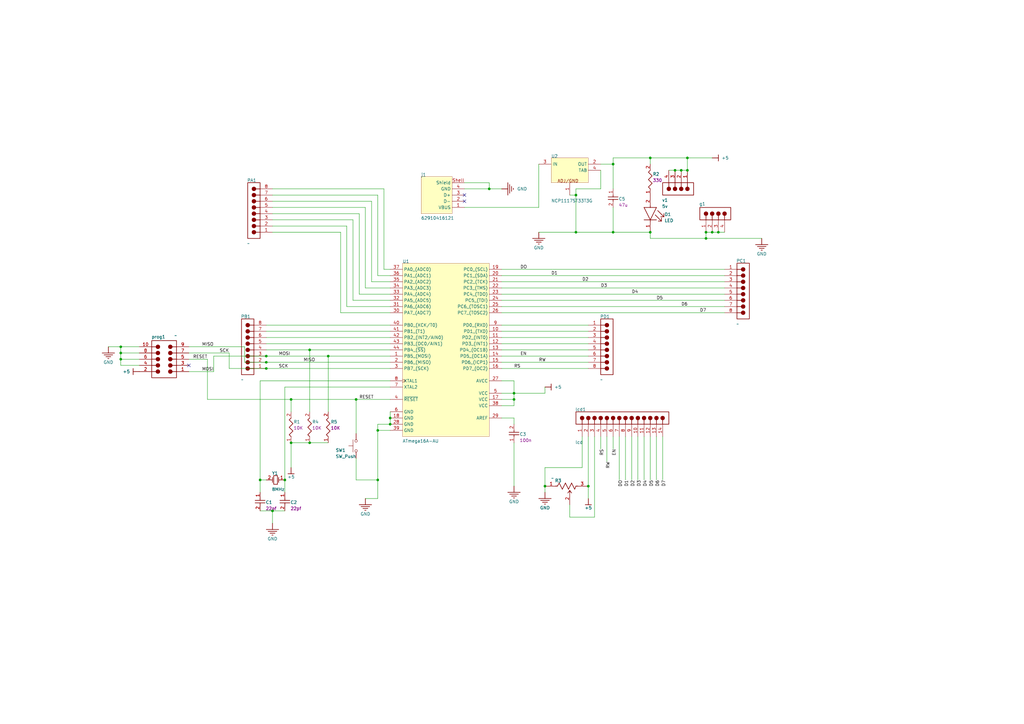
<source format=kicad_sch>
(kicad_sch (version 20231120) (generator "eeschema") (generator_version "8.0")
  (paper "A3")
  (junction (at 154.94 176.53))
  (junction (at 279.4 69.85))
  (junction (at 127 143.51))
  (junction (at 49.53 144.78))
  (junction (at 210.82 163.83))
  (junction (at 266.7 64.77))
  (junction (at 127 181.61))
  (junction (at 289.56 95.25))
  (junction (at 109.22 151.13))
  (junction (at 281.94 69.85))
  (junction (at 146.05 163.83))
  (junction (at 106.68 196.85))
  (junction (at 109.22 148.59))
  (junction (at 241.3 199.39))
  (junction (at 160.02 171.45))
  (junction (at 160.02 173.99))
  (junction (at 49.53 142.24))
  (junction (at 236.22 80.01))
  (junction (at 281.94 64.77))
  (junction (at 223.52 199.39))
  (junction (at 251.46 95.25))
  (junction (at 109.22 146.05))
  (junction (at 111.76 209.55))
  (junction (at 134.62 146.05))
  (junction (at 289.56 97.79))
  (junction (at 119.38 181.61))
  (junction (at 294.64 95.25))
  (junction (at 154.94 196.85))
  (junction (at 266.7 95.25))
  (junction (at 292.1 95.25))
  (junction (at 119.38 163.83))
  (junction (at 251.46 67.31))
  (junction (at 116.84 196.85))
  (junction (at 276.86 69.85))
  (junction (at 200.66 77.47))
  (junction (at 210.82 161.29))
  (junction (at 49.53 147.32))
  (junction (at 236.22 95.25))
  (no_connect (at 77.47 149.86))
  (no_connect (at 190.5 82.55))
  (no_connect (at 190.5 80.01))
  (wire (pts (xy 109.22 140.97) (xy 160.02 140.97)))
  (wire (pts (xy 205.74 115.57) (xy 297.18 115.57)))
  (wire (pts (xy 266.7 95.25) (xy 266.7 97.79)))
  (wire (pts (xy 210.82 161.29) (xy 223.52 161.29)))
  (wire (pts (xy 154.94 173.99) (xy 160.02 173.99)))
  (wire (pts (xy 111.76 85.09) (xy 149.86 85.09)))
  (wire (pts (xy 57.15 144.78) (xy 49.53 144.78)))
  (wire (pts (xy 251.46 95.25) (xy 266.7 95.25)))
  (wire (pts (xy 210.82 166.37) (xy 210.82 163.83)))
  (wire (pts (xy 109.22 135.89) (xy 160.02 135.89)))
  (wire (pts (xy 289.56 97.79) (xy 312.42 97.79)))
  (wire (pts (xy 233.68 212.09) (xy 243.84 212.09)))
  (wire (pts (xy 134.62 146.05) (xy 134.62 168.91)))
  (wire (pts (xy 149.86 204.47) (xy 154.94 204.47)))
  (wire (pts (xy 220.98 95.25) (xy 236.22 95.25)))
  (wire (pts (xy 205.74 156.21) (xy 210.82 156.21)))
  (wire (pts (xy 87.63 152.4) (xy 87.63 146.05)))
  (wire (pts (xy 119.38 163.83) (xy 146.05 163.83)))
  (wire (pts (xy 246.38 77.47) (xy 246.38 69.85)))
  (wire (pts (xy 142.24 92.71) (xy 142.24 125.73)))
  (wire (pts (xy 87.63 152.4) (xy 77.47 152.4)))
  (wire (pts (xy 269.24 196.85) (xy 269.24 179.07)))
  (wire (pts (xy 274.32 69.85) (xy 276.86 69.85)))
  (wire (pts (xy 241.3 199.39) (xy 241.3 179.07)))
  (wire (pts (xy 154.94 176.53) (xy 160.02 176.53)))
  (wire (pts (xy 190.5 85.09) (xy 220.98 85.09)))
  (wire (pts (xy 200.66 74.93) (xy 200.66 77.47)))
  (wire (pts (xy 111.76 209.55) (xy 106.68 209.55)))
  (wire (pts (xy 238.76 191.77) (xy 223.52 191.77)))
  (wire (pts (xy 276.86 69.85) (xy 279.4 69.85)))
  (wire (pts (xy 294.64 95.25) (xy 297.18 95.25)))
  (wire (pts (xy 154.94 80.01) (xy 154.94 113.03)))
  (wire (pts (xy 139.7 95.25) (xy 139.7 128.27)))
  (wire (pts (xy 57.15 142.24) (xy 49.53 142.24)))
  (wire (pts (xy 154.94 113.03) (xy 160.02 113.03)))
  (wire (pts (xy 246.38 67.31) (xy 251.46 67.31)))
  (wire (pts (xy 157.48 77.47) (xy 157.48 110.49)))
  (wire (pts (xy 254 196.85) (xy 254 179.07)))
  (wire (pts (xy 149.86 118.11) (xy 160.02 118.11)))
  (wire (pts (xy 259.08 196.85) (xy 259.08 179.07)))
  (wire (pts (xy 44.45 142.24) (xy 49.53 142.24)))
  (wire (pts (xy 200.66 77.47) (xy 205.74 77.47)))
  (wire (pts (xy 205.74 128.27) (xy 297.18 128.27)))
  (wire (pts (xy 205.74 163.83) (xy 210.82 163.83)))
  (wire (pts (xy 146.05 187.96) (xy 146.05 196.85)))
  (wire (pts (xy 205.74 135.89) (xy 241.3 135.89)))
  (wire (pts (xy 205.74 110.49) (xy 297.18 110.49)))
  (wire (pts (xy 147.32 120.65) (xy 160.02 120.65)))
  (wire (pts (xy 139.7 128.27) (xy 160.02 128.27)))
  (wire (pts (xy 157.48 110.49) (xy 160.02 110.49)))
  (wire (pts (xy 111.76 77.47) (xy 157.48 77.47)))
  (wire (pts (xy 77.47 144.78) (xy 93.98 144.78)))
  (wire (pts (xy 144.78 90.17) (xy 144.78 123.19)))
  (wire (pts (xy 210.82 163.83) (xy 210.82 161.29)))
  (wire (pts (xy 236.22 80.01) (xy 236.22 77.47)))
  (wire (pts (xy 119.38 181.61) (xy 127 181.61)))
  (wire (pts (xy 236.22 80.01) (xy 236.22 95.25)))
  (wire (pts (xy 241.3 204.47) (xy 241.3 199.39)))
  (wire (pts (xy 205.74 161.29) (xy 210.82 161.29)))
  (wire (pts (xy 236.22 95.25) (xy 251.46 95.25)))
  (wire (pts (xy 205.74 146.05) (xy 241.3 146.05)))
  (wire (pts (xy 210.82 171.45) (xy 210.82 173.99)))
  (wire (pts (xy 106.68 201.93) (xy 106.68 196.85)))
  (wire (pts (xy 134.62 146.05) (xy 160.02 146.05)))
  (wire (pts (xy 85.09 147.32) (xy 77.47 147.32)))
  (wire (pts (xy 146.05 163.83) (xy 160.02 163.83)))
  (wire (pts (xy 205.74 138.43) (xy 241.3 138.43)))
  (wire (pts (xy 251.46 64.77) (xy 266.7 64.77)))
  (wire (pts (xy 256.54 196.85) (xy 256.54 179.07)))
  (wire (pts (xy 205.74 140.97) (xy 241.3 140.97)))
  (wire (pts (xy 146.05 163.83) (xy 146.05 177.8)))
  (wire (pts (xy 160.02 173.99) (xy 160.02 171.45)))
  (wire (pts (xy 93.98 144.78) (xy 93.98 151.13)))
  (wire (pts (xy 266.7 67.31) (xy 266.7 64.77)))
  (wire (pts (xy 261.62 196.85) (xy 261.62 179.07)))
  (wire (pts (xy 109.22 133.35) (xy 160.02 133.35)))
  (wire (pts (xy 109.22 148.59) (xy 160.02 148.59)))
  (wire (pts (xy 251.46 184.15) (xy 251.46 179.07)))
  (wire (pts (xy 233.68 80.01) (xy 236.22 80.01)))
  (wire (pts (xy 111.76 214.63) (xy 111.76 209.55)))
  (wire (pts (xy 106.68 196.85) (xy 109.22 196.85)))
  (wire (pts (xy 111.76 95.25) (xy 139.7 95.25)))
  (wire (pts (xy 57.15 147.32) (xy 49.53 147.32)))
  (wire (pts (xy 205.74 123.19) (xy 297.18 123.19)))
  (wire (pts (xy 210.82 156.21) (xy 210.82 161.29)))
  (wire (pts (xy 109.22 138.43) (xy 160.02 138.43)))
  (wire (pts (xy 205.74 120.65) (xy 297.18 120.65)))
  (wire (pts (xy 119.38 168.91) (xy 119.38 163.83)))
  (wire (pts (xy 111.76 209.55) (xy 116.84 209.55)))
  (wire (pts (xy 271.78 196.85) (xy 271.78 179.07)))
  (wire (pts (xy 57.15 149.86) (xy 49.53 149.86)))
  (wire (pts (xy 109.22 143.51) (xy 127 143.51)))
  (wire (pts (xy 205.74 113.03) (xy 297.18 113.03)))
  (wire (pts (xy 289.56 95.25) (xy 289.56 97.79)))
  (wire (pts (xy 111.76 87.63) (xy 147.32 87.63)))
  (wire (pts (xy 266.7 64.77) (xy 281.94 64.77)))
  (wire (pts (xy 223.52 161.29) (xy 223.52 158.75)))
  (wire (pts (xy 147.32 87.63) (xy 147.32 120.65)))
  (wire (pts (xy 205.74 143.51) (xy 241.3 143.51)))
  (wire (pts (xy 223.52 191.77) (xy 223.52 199.39)))
  (wire (pts (xy 154.94 196.85) (xy 154.94 176.53)))
  (wire (pts (xy 292.1 95.25) (xy 294.64 95.25)))
  (wire (pts (xy 251.46 95.25) (xy 251.46 85.09)))
  (wire (pts (xy 87.63 146.05) (xy 109.22 146.05)))
  (wire (pts (xy 49.53 147.32) (xy 49.53 144.78)))
  (wire (pts (xy 106.68 196.85) (xy 106.68 156.21)))
  (wire (pts (xy 127 143.51) (xy 127 168.91)))
  (wire (pts (xy 100.33 142.24) (xy 77.47 142.24)))
  (wire (pts (xy 152.4 115.57) (xy 160.02 115.57)))
  (wire (pts (xy 205.74 151.13) (xy 241.3 151.13)))
  (wire (pts (xy 281.94 64.77) (xy 292.1 64.77)))
  (wire (pts (xy 205.74 118.11) (xy 297.18 118.11)))
  (wire (pts (xy 127 143.51) (xy 160.02 143.51)))
  (wire (pts (xy 100.33 148.59) (xy 100.33 142.24)))
  (wire (pts (xy 236.22 77.47) (xy 246.38 77.47)))
  (wire (pts (xy 119.38 181.61) (xy 119.38 191.77)))
  (wire (pts (xy 248.92 189.23) (xy 248.92 179.07)))
  (wire (pts (xy 93.98 151.13) (xy 109.22 151.13)))
  (wire (pts (xy 246.38 184.15) (xy 246.38 179.07)))
  (wire (pts (xy 210.82 199.39) (xy 210.82 181.61)))
  (wire (pts (xy 279.4 69.85) (xy 281.94 69.85)))
  (wire (pts (xy 243.84 212.09) (xy 243.84 179.07)))
  (wire (pts (xy 190.5 77.47) (xy 200.66 77.47)))
  (wire (pts (xy 281.94 64.77) (xy 281.94 69.85)))
  (wire (pts (xy 238.76 179.07) (xy 238.76 191.77)))
  (wire (pts (xy 205.74 166.37) (xy 210.82 166.37)))
  (wire (pts (xy 144.78 123.19) (xy 160.02 123.19)))
  (wire (pts (xy 109.22 146.05) (xy 134.62 146.05)))
  (wire (pts (xy 152.4 82.55) (xy 152.4 115.57)))
  (wire (pts (xy 223.52 199.39) (xy 223.52 201.93)))
  (wire (pts (xy 109.22 151.13) (xy 160.02 151.13)))
  (wire (pts (xy 127 181.61) (xy 134.62 181.61)))
  (wire (pts (xy 190.5 74.93) (xy 200.66 74.93)))
  (wire (pts (xy 106.68 156.21) (xy 160.02 156.21)))
  (wire (pts (xy 49.53 149.86) (xy 49.53 147.32)))
  (wire (pts (xy 109.22 148.59) (xy 100.33 148.59)))
  (wire (pts (xy 85.09 147.32) (xy 85.09 163.83)))
  (wire (pts (xy 146.05 196.85) (xy 154.94 196.85)))
  (wire (pts (xy 111.76 90.17) (xy 144.78 90.17)))
  (wire (pts (xy 116.84 158.75) (xy 116.84 196.85)))
  (wire (pts (xy 205.74 148.59) (xy 241.3 148.59)))
  (wire (pts (xy 85.09 163.83) (xy 119.38 163.83)))
  (wire (pts (xy 220.98 85.09) (xy 220.98 67.31)))
  (wire (pts (xy 154.94 176.53) (xy 154.94 173.99)))
  (wire (pts (xy 266.7 97.79) (xy 289.56 97.79)))
  (wire (pts (xy 205.74 125.73) (xy 297.18 125.73)))
  (wire (pts (xy 251.46 67.31) (xy 251.46 64.77)))
  (wire (pts (xy 205.74 133.35) (xy 241.3 133.35)))
  (wire (pts (xy 289.56 95.25) (xy 292.1 95.25)))
  (wire (pts (xy 251.46 77.47) (xy 251.46 67.31)))
  (wire (pts (xy 264.16 196.85) (xy 264.16 179.07)))
  (wire (pts (xy 142.24 125.73) (xy 160.02 125.73)))
  (wire (pts (xy 160.02 171.45) (xy 160.02 168.91)))
  (wire (pts (xy 205.74 171.45) (xy 210.82 171.45)))
  (wire (pts (xy 111.76 92.71) (xy 142.24 92.71)))
  (wire (pts (xy 116.84 201.93) (xy 116.84 196.85)))
  (wire (pts (xy 154.94 204.47) (xy 154.94 196.85)))
  (wire (pts (xy 49.53 144.78) (xy 49.53 142.24)))
  (wire (pts (xy 266.7 196.85) (xy 266.7 179.07)))
  (wire (pts (xy 149.86 85.09) (xy 149.86 118.11)))
  (wire (pts (xy 233.68 207.01) (xy 233.68 212.09)))
  (wire (pts (xy 160.02 158.75) (xy 116.84 158.75)))
  (wire (pts (xy 111.76 82.55) (xy 152.4 82.55)))
  (wire (pts (xy 111.76 80.01) (xy 154.94 80.01)))
  (label "DO" (at 213.36 110.49 0))
  (label "RS" (at 246.38 184.15 270))
  (label "D4" (at 259.08 120.65 0))
  (label "D7" (at 271.78 196.85 270))
  (label "D6" (at 279.4 125.73 0))
  (label "RS" (at 210.82 151.13 0))
  (label "D3" (at 261.62 196.85 270))
  (label "MISO" (at 87.63 142.24 180))
  (label "RW" (at 248.92 189.23 270))
  (label "RW" (at 220.98 148.59 0))
  (label "D1" (at 226.06 113.03 0))
  (label "EN" (at 251.46 184.15 270))
  (label "SCK" (at 114.3 151.13 0))
  (label "D1" (at 256.54 196.85 270))
  (label "RESET" (at 147.32 163.83 0))
  (label "D3" (at 246.38 118.11 0))
  (label "D7" (at 287.02 128.27 0))
  (label "D5" (at 269.24 123.19 0))
  (label "SCK" (at 93.98 144.78 180))
  (label "D5" (at 266.7 196.85 270))
  (label "D2" (at 259.08 196.85 270))
  (label "D4" (at 264.16 196.85 270))
  (label "DO" (at 254 196.85 270))
  (label "MOSI" (at 114.3 146.05 0))
  (label "D6" (at 269.24 196.85 270))
  (label "RESET" (at 85.09 147.32 180))
  (label "MOSI" (at 87.63 152.4 180))
  (label "EN" (at 213.36 146.05 0))
  (label "D2" (at 238.76 115.57 0))
  (label "MISO" (at 124.46 148.59 0))
  (symbol (lib_id "Jadhav-altium-import:GND_POWER_GROUND") (at 44.45 142.24 0) (unit 1)
    (property "Reference" "#PWR02" (effects (hide yes)))
    (property "Value" "GND" (at 44.45 148.59 0))
  )
  (symbol (lib_id "Jadhav-altium-import:root_1_Header_Male_1R_14P") (at 236.22 173.99 0) (unit 1)
    (property "Reference" "lcd1" (at 235.966 168.656 0) (effects (justify left bottom)))
    (property "Value" "lcd" (at 235.966 182.118 0) (effects (justify left bottom)))
    (property "Footprint" "J_footprints:CON14_1X14_TU_HTS_SAI" (effects (hide yes)))
    (property "ORIENTATION" "Vertical" (effects (hide yes)))
    (property "NEXARPARTID" "32855433" (effects (hide yes)))
    (property "OPERATING SUPPLY VOLTAGE" "250V" (effects (hide yes)))
    (property "CURRENT RATING" "3A" (effects (hide yes)))
    (property "TERMINATION" "Solder" (effects (hide yes)))
    (property "CONTACT PLATING" "Gold" (effects (hide yes)))
    (property "GENDER" "Male" (effects (hide yes)))
    (property "PITCH" "2.54mm" (effects (hide yes)))
    (property "NUMBER OF CONTACTS" "14" (effects (hide yes)))
    (property "NUMBER OF ROWS" "1" (effects (hide yes)))
    (property "LEAD PITCH" "2.54mm" (effects (hide yes)))
    (property "CONTACT MATING LENGTH" "5.9944mm" (effects (hide yes)))
    (property "MOUNT" "Surface Mount" (effects (hide yes)))
    (property "CONTACT MATERIAL" "Copper" (effects (hide yes)))
    (property "COLOR" "Black" (effects (hide yes)))
    (property "NUMBER OF PINS" "14" (effects (hide yes)))
    (property "CONNECTOR TYPE" "Male Pin" (effects (hide yes)))
    (property "REACH SVHC" "Unknown" (effects (hide yes)))
    (property "CONTACT RESISTANCE" "20mΩ" (effects (hide yes)))
    (property "NUMBER OF POSITIONS" "14" (effects (hide yes)))
    (property "ROHS" "Compliant" (effects (hide yes)))
  )
  (symbol (lib_id "Jadhav-altium-import:root_0_ONSC-NCP1117-SOT223-4") (at 226.06 64.77 0) (unit 1)
    (property "Reference" "U2" (at 226.06 64.77 0) (effects (justify left bottom)))
    (property "Value" "NCP1117ST33T3G" (at 226.06 83.058 0) (effects (justify left bottom)))
    (property "Footprint" "J_footprints:SOT223-3_ONS" (effects (hide yes)))
    (property "Description" "Low-Dropout Positive Fixed Voltage Regulator, 1 A, 3.3 V Output Voltage, 0 to 125 degC, 4-Pin SOT-223 (318H-01), Pb-Free, Tape and Reel" (effects (hide yes)))
    (property "WIDTH" "0.85 mm" (effects (hide yes)))
    (property "WEIGHT" "7.1E-05 oz" (effects (hide yes)))
    (property "COMPONENTLINK2URL" "http://www.onsemi.com/pub_link/Collateral/NCP1117-D.PDF" (effects (hide yes)))
    (property "ROHSCOMPLIANT" "true" (effects (hide yes)))
    (property "HEIGHT" "0.45 mm" (effects (hide yes)))
    (property "PACKAGEDESCRIPTION" "4-Pin Small Outline Transistor, Body 6.5 x 3.5 mm, Pitch 2.3 mm" (effects (hide yes)))
    (property "RESISTANCE" "220 kohm" (effects (hide yes)))
    (property "COMPONENTLINK1DESCRIPTION" "Manufacturer URL" (effects (hide yes)))
    (property "TYPE (RESISTOR)" "Thick Film" (effects (hide yes)))
    (property "COMPONENTLINK1URL" "http://www.onsemi.com/" (effects (hide yes)))
    (property "PACKAGEREFERENCE" "SOT-223-4-318H-01_A" (effects (hide yes)))
    (property "MAX OPERATING TEMPERATURE" "155 degC" (effects (hide yes)))
    (property "PACKAGING" "Tape and Reel" (effects (hide yes)))
    (property "REACH SVHC" "Unknown" (effects (hide yes)))
    (property "LENGTH" "1.55 mm" (effects (hide yes)))
    (property "PACKAGE QUANTITY" "5000" (effects (hide yes)))
    (property "VOLTAGE RATING" "75 V" (effects (hide yes)))
    (property "RADIATION HARDENING" "No" (effects (hide yes)))
    (property "TOLERANCE" "1%" (effects (hide yes)))
    (property "MIN OPERATING TEMPERATURE" "-55 degC" (effects (hide yes)))
    (property "DATASHEETVERSION" "Rev. 27, 09/2014" (effects (hide yes)))
    (property "CAS~{E}PACKAGE" "0603" (effects (hide yes)))
    (property "MOUNT" "Surface Mount" (effects (hide yes)))
    (property "CASE CODE (IMPERIAL)" "0603" (effects (hide yes)))
    (property "CASE CODE (METRIC)" "1608" (effects (hide yes)))
    (property "COMPONENTLINK2DESCRIPTION" "Datasheet" (effects (hide yes)))
    (property "POWER RATING" "100 mW" (effects (hide yes)))
  )
  (symbol (lib_id "Jadhav-altium-import:+5_BAR") (at 292.1 64.77 90) (unit 1)
    (property "Reference" "#PWR0105" (effects (hide yes)))
    (property "Value" "+5" (at 295.91 64.77 90) (effects (justify right)))
  )
  (symbol (lib_id "Jadhav-altium-import:GND_POWER_GROUND") (at 111.76 214.63 0) (unit 1)
    (property "Reference" "#PWR0101" (effects (hide yes)))
    (property "Value" "GND" (at 111.76 220.98 0))
  )
  (symbol (lib_id "Jadhav-altium-import:+5_BAR") (at 119.38 191.77 0) (unit 1)
    (property "Reference" "#PWR0103" (effects (hide yes)))
    (property "Value" "+5" (at 119.38 195.58 0))
  )
  (symbol (lib_id "Jadhav-altium-import:root_2_Header_Male_1R_08P") (at 104.14 153.67 0) (unit 1)
    (property "Reference" "PB1" (at 98.806 130.556 0) (effects (justify left bottom)))
    (property "Value" "~" (at 98.806 156.464 0) (effects (justify left bottom)))
    (property "Footprint" "J_footprints:CONN8_61300811121_WRE" (effects (hide yes)))
    (property "CONNECTOR TYPE" "Male Pin" (effects (hide yes)))
    (property "TERMINATION" "Solder" (effects (hide yes)))
    (property "CONTACT MATERIAL" "Copper" (effects (hide yes)))
    (property "NEXARPARTID" "32855533" (effects (hide yes)))
    (property "MOUNT" "Through Hole" (effects (hide yes)))
    (property "LEAD PITCH" "2.54mm" (effects (hide yes)))
    (property "NUMBER OF CONTACTS" "8" (effects (hide yes)))
    (property "NUMBER OF POSITIONS" "8" (effects (hide yes)))
    (property "VOLTAGE RATING" "250V" (effects (hide yes)))
    (property "OPERATING SUPPLY VOLTAGE" "250V" (effects (hide yes)))
    (property "CURRENT RATING" "3A" (effects (hide yes)))
    (property "CONTACT RESISTANCE" "20mΩ" (effects (hide yes)))
    (property "NUMBER OF PINS" "8" (effects (hide yes)))
    (property "MAX OPERATING TEMPERATURE" "105°C" (effects (hide yes)))
    (property "HEIGHT" "8.54mm" (effects (hide yes)))
    (property "PITCH" "2.54mm" (effects (hide yes)))
    (property "REACH SVHC" "Unknown" (effects (hide yes)))
    (property "NUMBER OF ROWS" "1" (effects (hide yes)))
    (property "PACKAGING" "Bulk" (effects (hide yes)))
    (property "CONTACT PLATING" "Gold" (effects (hide yes)))
    (property "CONTACT MATING LENGTH" "5.9944mm" (effects (hide yes)))
    (property "GENDER" "Male" (effects (hide yes)))
    (property "ORIENTATION" "Vertical" (effects (hide yes)))
    (property "ROHS" "Compliant" (effects (hide yes)))
    (property "COLOR" "Black" (effects (hide yes)))
    (property "MIN OPERATING TEMPERATURE" "-40°C" (effects (hide yes)))
  )
  (symbol (lib_id "Jadhav-altium-import:GND_POWER_GROUND") (at 220.98 95.25 0) (unit 1)
    (property "Reference" "#PWR0112" (effects (hide yes)))
    (property "Value" "GND" (at 220.98 101.6 0))
  )
  (symbol (lib_id "Jadhav-altium-import:root_0_2dcfd2547301a7d3209a5e99acfd772") (at 223.52 199.39 0) (unit 1)
    (property "Reference" "R3" (at 227.584 197.866 0) (effects (justify left bottom)))
    (property "Value" "~" (at 226.06 196.85 0) (effects (justify left bottom)))
    (property "Footprint" "J_footprints:RES3_PV36W103C01B00_BRN" (effects (hide yes)))
    (property "Description" "TRIMMER 10K OHM 0.5W PC PIN TOP" (effects (hide yes)))
    (property "RESISTANCE" "10kR" (effects (hide yes)))
    (property "MILITARY STANDARD" "Not" (effects (hide yes)))
    (property "REACH SVHC" "No SVHC" (effects (hide yes)))
    (property "ACTUATOR ORIENTATION" "Vertical" (effects (hide yes)))
    (property "POWER RATING" "500mW" (effects (hide yes)))
    (property "TEMPERATURE COEFFICIENT" "100ppm/°C" (effects (hide yes)))
    (property "LEAD FREE" "Lead Free" (effects (hide yes)))
    (property "RESISTOR TYPE" "Cermet" (effects (hide yes)))
    (property "MAX OPERATING TEMPERATURE" "125°C" (effects (hide yes)))
    (property "RADIATION HARDENING" "No" (effects (hide yes)))
    (property "PACKAGE QUANTITY" "50" (effects (hide yes)))
    (property "MOUNT" "Panel" (effects (hide yes)))
    (property "RESISTANCE TOLERANCE" "10%" (effects (hide yes)))
    (property "MAX POWER DISSIPATION" "500mW" (effects (hide yes)))
    (property "MIN OPERATING TEMPERATURE" "-55°C" (effects (hide yes)))
    (property "RESISTANCE LAW" "Linear" (effects (hide yes)))
    (property "NUMBER OF TURNS" "25" (effects (hide yes)))
    (property "TYPE" "Potentiometer" (effects (hide yes)))
    (property "TERMINAL FINISH" "Tin" (effects (hide yes)))
    (property "TERMINATION" "Pin" (effects (hide yes)))
    (property "TAPER" "Linear" (effects (hide yes)))
    (property "MANUFACTURER SERIES" "3296" (effects (hide yes)))
    (property "COLOR" "Blue" (effects (hide yes)))
    (property "ACTUATOR TYPE" "SCREW" (effects (hide yes)))
    (property "TECHNOLOGY" "CERMET" (effects (hide yes)))
    (property "PACKAGING" "Rail/Tube" (effects (hide yes)))
    (property "WEIGHT" "0.03oz" (effects (hide yes)))
    (property "NUMBER OF TERMINALS/PINS" "3" (effects (hide yes)))
    (property "HEIGHT" "0.395inch" (effects (hide yes)))
    (property "NUMBER OF PINS" "3" (effects (hide yes)))
    (property "ROHS COMPLIANT" "Yes" (effects (hide yes)))
    (property "WIDTH" "9.53mm" (effects (hide yes)))
    (property "TOLERANCE" "10%" (effects (hide yes)))
    (property "DEPTH" "4.83mm" (effects (hide yes)))
    (property "SERIES" "3296" (effects (hide yes)))
    (property "INSULATION RESISTANCE" "1GR" (effects (hide yes)))
    (property "LENGTH" "9.53mm" (effects (hide yes)))
  )
  (symbol (lib_id "Jadhav-altium-import:root_3_CAP-NP-2") (at 106.68 201.93 0) (unit 1)
    (property "Reference" "C1" (at 108.966 206.756 0) (effects (justify left bottom)))
    (property "Value" "Capacitor 100nF +/-20% 25V 0402" (effects (hide yes)))
    (property "Footprint" "J_footprints:G-188_MUR" (effects (hide yes)))
    (property "Description" "Chip Capacitor, 100nF +/-20%, 25V, 0402, Thickness 0.6 mm" (effects (hide yes)))
    (property "TOLERANCE" "10%" (effects (hide yes)))
    (property "MAX OPERATING TEMPERATURE" "85°C" (effects (hide yes)))
    (property "MIN OPERATING TEMPERATURE" "-55°C" (effects (hide yes)))
    (property "ALTIUM_VALUE" "22pf" (at 108.966 209.296 0) (effects (justify left bottom)))
    (property "PINS" "2" (effects (hide yes)))
    (property "VOLTAGE RATING" "25V" (effects (hide yes)))
    (property "MOUNTING TECHNOLOGY" "SMT" (effects (hide yes)))
    (property "CASE/PACKAGE" "0402" (effects (hide yes)))
  )
  (symbol (lib_id "Jadhav-altium-import:+5_BAR") (at 223.52 158.75 90) (unit 1)
    (property "Reference" "#PWR0111" (effects (hide yes)))
    (property "Value" "+5" (at 227.33 158.75 90) (effects (justify right)))
  )
  (symbol (lib_id "Jadhav-altium-import:root_0_Header_Male_1R_08P") (at 246.38 130.81 0) (unit 1)
    (property "Reference" "PD1" (at 246.126 130.556 0) (effects (justify left bottom)))
    (property "Value" "~" (at 246.126 156.464 0) (effects (justify left bottom)))
    (property "Footprint" "J_footprints:CONN8_61300811121_WRE" (effects (hide yes)))
    (property "CONNECTOR TYPE" "Male Pin" (effects (hide yes)))
    (property "TERMINATION" "Solder" (effects (hide yes)))
    (property "CONTACT MATERIAL" "Copper" (effects (hide yes)))
    (property "NEXARPARTID" "32855533" (effects (hide yes)))
    (property "MOUNT" "Through Hole" (effects (hide yes)))
    (property "LEAD PITCH" "2.54mm" (effects (hide yes)))
    (property "NUMBER OF CONTACTS" "8" (effects (hide yes)))
    (property "NUMBER OF POSITIONS" "8" (effects (hide yes)))
    (property "VOLTAGE RATING" "250V" (effects (hide yes)))
    (property "OPERATING SUPPLY VOLTAGE" "250V" (effects (hide yes)))
    (property "CURRENT RATING" "3A" (effects (hide yes)))
    (property "CONTACT RESISTANCE" "20mΩ" (effects (hide yes)))
    (property "NUMBER OF PINS" "8" (effects (hide yes)))
    (property "MAX OPERATING TEMPERATURE" "105°C" (effects (hide yes)))
    (property "HEIGHT" "8.54mm" (effects (hide yes)))
    (property "PITCH" "2.54mm" (effects (hide yes)))
    (property "REACH SVHC" "Unknown" (effects (hide yes)))
    (property "NUMBER OF ROWS" "1" (effects (hide yes)))
    (property "PACKAGING" "Bulk" (effects (hide yes)))
    (property "CONTACT PLATING" "Gold" (effects (hide yes)))
    (property "CONTACT MATING LENGTH" "5.9944mm" (effects (hide yes)))
    (property "GENDER" "Male" (effects (hide yes)))
    (property "ORIENTATION" "Vertical" (effects (hide yes)))
    (property "ROHS" "Compliant" (effects (hide yes)))
    (property "COLOR" "Black" (effects (hide yes)))
    (property "MIN OPERATING TEMPERATURE" "-40°C" (effects (hide yes)))
  )
  (symbol (lib_id "Jadhav-altium-import:root_2_XTAL-1-2-2") (at 114.3 199.39 0) (unit 1)
    (property "Reference" "Y1" (at 111.506 194.818 0) (effects (justify left bottom)))
    (property "Value" "8MHz" (at 111.506 201.422 0) (effects (justify left bottom)))
    (property "Footprint" "J_footprints:ATS08A-E_CTS" (effects (hide yes)))
    (property "Description" "Resistance Weld Thru-Hole Crystal, 16 MHz, -20 to 70 degC, 2-Pin THD, RoHS, Bulk" (effects (hide yes)))
    (property "ROHSCOMPLIANT" "true" (effects (hide yes)))
    (property "PACKAGE QUANTITY" "200" (effects (hide yes)))
    (property "PACKAGING" "Bulk" (effects (hide yes)))
    (property "MIN OPERATING TEMPERATURE" "-55 degC" (effects (hide yes)))
    (property "DATASHEETVERSION" "Mar-15" (effects (hide yes)))
    (property "COMPONENTLINK1URL" "http://www.foxonline.com/" (effects (hide yes)))
    (property "VOLTAGE RATING" "250 V" (effects (hide yes)))
    (property "MAX OPERATING TEMPERATURE" "155 degC" (effects (hide yes)))
    (property "TOLERANCE" "1%" (effects (hide yes)))
    (property "RESISTANCE" "221 kohm" (effects (hide yes)))
    (property "CAS~{E}PACKAGE" "Axial" (effects (hide yes)))
    (property "PACKAGEREFERENCE" "FOXSLF160-20" (effects (hide yes)))
    (property "MOUNT" "Through Hole" (effects (hide yes)))
    (property "PACKAGEDESCRIPTION" "2-Pin Through Hole Device, Body 11.35 x 4.65 mm" (effects (hide yes)))
    (property "POWER RATING" "250 mW" (effects (hide yes)))
    (property "COMPONENTLINK1DESCRIPTION" "Manufacturer URL" (effects (hide yes)))
    (property "COMPONENTLINK2URL" "http://www.foxonline.com/pdfs/hc49slf.pdf" (effects (hide yes)))
    (property "COMPONENTLINK2DESCRIPTION" "Datasheet" (effects (hide yes)))
    (property "LENGTH" "0.248 inch" (effects (hide yes)))
  )
  (symbol (lib_id "Jadhav-altium-import:GND_POWER_GROUND") (at 149.86 204.47 0) (unit 1)
    (property "Reference" "#PWR0102" (effects (hide yes)))
    (property "Value" "GND" (at 149.86 210.82 0))
  )
  (symbol (lib_id "Jadhav-altium-import:root_2_Header_Male_1R_08P") (at 106.68 97.79 0) (unit 1)
    (property "Reference" "PA1" (at 101.346 74.676 0) (effects (justify left bottom)))
    (property "Value" "~" (at 101.346 100.584 0) (effects (justify left bottom)))
    (property "Footprint" "J_footprints:CONN8_61300811121_WRE" (effects (hide yes)))
    (property "CONNECTOR TYPE" "Male Pin" (effects (hide yes)))
    (property "TERMINATION" "Solder" (effects (hide yes)))
    (property "CONTACT MATERIAL" "Copper" (effects (hide yes)))
    (property "NEXARPARTID" "32855533" (effects (hide yes)))
    (property "MOUNT" "Through Hole" (effects (hide yes)))
    (property "LEAD PITCH" "2.54mm" (effects (hide yes)))
    (property "NUMBER OF CONTACTS" "8" (effects (hide yes)))
    (property "NUMBER OF POSITIONS" "8" (effects (hide yes)))
    (property "VOLTAGE RATING" "250V" (effects (hide yes)))
    (property "OPERATING SUPPLY VOLTAGE" "250V" (effects (hide yes)))
    (property "CURRENT RATING" "3A" (effects (hide yes)))
    (property "CONTACT RESISTANCE" "20mΩ" (effects (hide yes)))
    (property "NUMBER OF PINS" "8" (effects (hide yes)))
    (property "MAX OPERATING TEMPERATURE" "105°C" (effects (hide yes)))
    (property "HEIGHT" "8.54mm" (effects (hide yes)))
    (property "PITCH" "2.54mm" (effects (hide yes)))
    (property "REACH SVHC" "Unknown" (effects (hide yes)))
    (property "NUMBER OF ROWS" "1" (effects (hide yes)))
    (property "PACKAGING" "Bulk" (effects (hide yes)))
    (property "CONTACT PLATING" "Gold" (effects (hide yes)))
    (property "CONTACT MATING LENGTH" "5.9944mm" (effects (hide yes)))
    (property "GENDER" "Male" (effects (hide yes)))
    (property "ORIENTATION" "Vertical" (effects (hide yes)))
    (property "ROHS" "Compliant" (effects (hide yes)))
    (property "COLOR" "Black" (effects (hide yes)))
    (property "MIN OPERATING TEMPERATURE" "-40°C" (effects (hide yes)))
  )
  (symbol (lib_id "Jadhav-altium-import:+5_BAR") (at 57.15 152.4 270) (unit 1)
    (property "Reference" "#PWR01" (effects (hide yes)))
    (property "Value" "+5" (at 53.34 152.4 90) (effects (justify right)))
  )
  (symbol (lib_id "Jadhav-altium-import:root_1_CAP-NP-2") (at 210.82 181.61 0) (unit 1)
    (property "Reference" "C3" (at 213.106 178.816 0) (effects (justify left bottom)))
    (property "Value" "Capacitor 100nF +/-20% 25V 0402" (effects (hide yes)))
    (property "Footprint" "J_footprints:G-188_MUR" (effects (hide yes)))
    (property "Description" "Chip Capacitor, 100nF +/-20%, 25V, 0402, Thickness 0.6 mm" (effects (hide yes)))
    (property "TOLERANCE" "10%" (effects (hide yes)))
    (property "MAX OPERATING TEMPERATURE" "85°C" (effects (hide yes)))
    (property "MIN OPERATING TEMPERATURE" "-55°C" (effects (hide yes)))
    (property "ALTIUM_VALUE" "100n" (at 213.106 181.356 0) (effects (justify left bottom)))
    (property "PINS" "2" (effects (hide yes)))
    (property "VOLTAGE RATING" "25V" (effects (hide yes)))
    (property "MOUNTING TECHNOLOGY" "SMT" (effects (hide yes)))
    (property "CASE/PACKAGE" "0402" (effects (hide yes)))
  )
  (symbol (lib_id "Jadhav-altium-import:root_0_MC-8B-AT16A-SQ44") (at 165.1 107.95 0) (unit 1)
    (property "Reference" "U1" (at 165.1 107.95 0) (effects (justify left bottom)))
    (property "Value" "ATmega16A-AU" (at 165.1 181.61 0) (effects (justify left bottom)))
    (property "Footprint" "Package_QFP:TQFP-44_10x10mm_P0.8mm" (effects (hide yes)))
    (property "Description" "8-bit AVR Microcontroller, 16KB Flash, 512 Bytes EEPROM, 1KB SRAM, 44-pin TQFP, Industrial Grade (-40°C to 85°C)" (effects (hide yes)))
    (property "COMPONENTLINK3URL" "http://www.atmel.com/dyn/resources/prod_documents/8154S.pdf" (effects (hide yes)))
    (property "PACKAGEVERSION" "revC, Oct-2010" (effects (hide yes)))
    (property "PACKAGEREFERENCE" "44A" (effects (hide yes)))
    (property "COMPONENTLINK3DESCRIPTION" "ATmega16A Summary" (effects (hide yes)))
    (property "DATASHEETVERSION" "revB, Jul-2009" (effects (hide yes)))
    (property "COMPONENTLINK2URL" "http://www.atmel.com/dyn/resources/prod_documents/doc8154.pdf" (effects (hide yes)))
    (property "PACKAGEDESCRIPTION" "44-Pin Plastic Thin Profile Quad Flat Pack, 10 x 10 x 1.0 mm Body, 0.8 mm Pitch (TQFP)" (effects (hide yes)))
    (property "REVISIONNOTE" "PackageVersion updated. URLs added." (effects (hide yes)))
    (property "CODE_JEDEC" "MS-026-ACB" (effects (hide yes)))
    (property "COMPONENTLINK1DESCRIPTION" "Manufacturer URL" (effects (hide yes)))
    (property "COMPONENTLINK2DESCRIPTION" "ATmega16A Datasheet" (effects (hide yes)))
    (property "COMPONENTLINK1URL" "http://www.atmel.com/" (effects (hide yes)))
  )
  (symbol (lib_id "Jadhav-altium-import:root_2_USB 2.0_Type B_Receptacle_1 Port") (at 185.42 87.63 0) (unit 1)
    (property "Reference" "j1" (at 172.72 72.39 0) (effects (justify left bottom)))
    (property "Value" "62910416121" (at 172.72 90.17 0) (effects (justify left bottom)))
    (property "Footprint" "J_footprints:62910416121" (effects (hide yes)))
    (property "ORIENTATION" "Horizontal" (effects (hide yes)))
    (property "ROHS" "Compliant" (effects (hide yes)))
    (property "CONTACT RESISTANCE" "20mΩ" (effects (hide yes)))
    (property "CONNECTOR TYPE" "USB" (effects (hide yes)))
    (property "NUMBER OF CONTACTS" "4" (effects (hide yes)))
    (property "LEAD FREE" "Lead Free" (effects (hide yes)))
    (property "MIN OPERATING TEMPERATURE" "-40°C" (effects (hide yes)))
    (property "NEXARPARTID" "19991172" (effects (hide yes)))
    (property "GENDER" "Receptacle" (effects (hide yes)))
    (property "LENGTH" "16mm" (effects (hide yes)))
    (property "NUMBER OF PINS" "4" (effects (hide yes)))
    (property "FEATURES" "Shielded" (effects (hide yes)))
    (property "CURRENT RATING" "1.5A" (effects (hide yes)))
    (property "USB STANDARD" "USB 2.0" (effects (hide yes)))
    (property "CONTACT PLATING" "Gold" (effects (hide yes)))
    (property "PACKAGING" "Tape and Reel" (effects (hide yes)))
    (property "MAX OPERATING TEMPERATURE" "105°C" (effects (hide yes)))
    (property "TERMINATION" "SMD/SMT" (effects (hide yes)))
    (property "OPERATING SUPPLY VOLTAGE" "30V" (effects (hide yes)))
    (property "MOUNT" "Horizontal, Surface Mount" (effects (hide yes)))
    (property "REACH SVHC" "Unknown" (effects (hide yes)))
    (property "INSULATION RESISTANCE" "1GΩ" (effects (hide yes)))
  )
  (symbol (lib_id "Jadhav-altium-import:GND_POWER_GROUND") (at 223.52 201.93 0) (unit 1)
    (property "Reference" "#PWR0109" (effects (hide yes)))
    (property "Value" "GND" (at 223.52 208.28 0))
  )
  (symbol (lib_id "Jadhav-altium-import:root_1_RES-2_0") (at 266.7 80.01 0) (unit 1)
    (property "Reference" "R2" (at 267.716 72.136 0) (effects (justify left bottom)))
    (property "Value" "Resistor 470R +/-5% 0805 125 mW" (effects (hide yes)))
    (property "Footprint" "Resistor_THT:R_Axial_DIN0207_L6.3mm_D2.5mm_P7.62mm_Horizontal" (effects (hide yes)))
    (property "Description" "Chip Resistor, 470 Ohms, +/-5%, 125 mW, -55 to 155 degC, 0805" (effects (hide yes)))
    (property "MAX OPERATING TEMPERATURE" "155°C" (effects (hide yes)))
    (property "CASE/PACKAGE" "0805" (effects (hide yes)))
    (property "TOLERANCE" "5%" (effects (hide yes)))
    (property "PINS" "2" (effects (hide yes)))
    (property "ALTIUM_VALUE" "330" (at 267.716 74.676 0) (effects (justify left bottom)))
    (property "POWER" "125mW" (effects (hide yes)))
    (property "MIN OPERATING TEMPERATURE" "-55°C" (effects (hide yes)))
  )
  (symbol (lib_id "Jadhav-altium-import:root_3_CAP-NP-2") (at 251.46 77.47 0) (unit 1)
    (property "Reference" "C5" (at 253.746 82.296 0) (effects (justify left bottom)))
    (property "Value" "Capacitor 100nF +/-20% 25V 0402" (effects (hide yes)))
    (property "Footprint" "J_footprints:G-188_MUR" (effects (hide yes)))
    (property "Description" "Chip Capacitor, 100nF +/-20%, 25V, 0402, Thickness 0.6 mm" (effects (hide yes)))
    (property "TOLERANCE" "10%" (effects (hide yes)))
    (property "MAX OPERATING TEMPERATURE" "85°C" (effects (hide yes)))
    (property "MIN OPERATING TEMPERATURE" "-55°C" (effects (hide yes)))
    (property "ALTIUM_VALUE" "47u" (at 253.746 84.836 0) (effects (justify left bottom)))
    (property "PINS" "2" (effects (hide yes)))
    (property "VOLTAGE RATING" "25V" (effects (hide yes)))
    (property "MOUNTING TECHNOLOGY" "SMT" (effects (hide yes)))
    (property "CASE/PACKAGE" "0402" (effects (hide yes)))
  )
  (symbol (lib_id "Jadhav-altium-import:root_0_Header_Male_1R_08P") (at 302.26 107.95 0) (unit 1)
    (property "Reference" "PC1" (at 302.006 107.696 0) (effects (justify left bottom)))
    (property "Value" "~" (at 302.006 133.604 0) (effects (justify left bottom)))
    (property "Footprint" "J_footprints:CONN8_61300811121_WRE" (effects (hide yes)))
    (property "CONNECTOR TYPE" "Male Pin" (effects (hide yes)))
    (property "TERMINATION" "Solder" (effects (hide yes)))
    (property "CONTACT MATERIAL" "Copper" (effects (hide yes)))
    (property "NEXARPARTID" "32855533" (effects (hide yes)))
    (property "MOUNT" "Through Hole" (effects (hide yes)))
    (property "LEAD PITCH" "2.54mm" (effects (hide yes)))
    (property "NUMBER OF CONTACTS" "8" (effects (hide yes)))
    (property "NUMBER OF POSITIONS" "8" (effects (hide yes)))
    (property "VOLTAGE RATING" "250V" (effects (hide yes)))
    (property "OPERATING SUPPLY VOLTAGE" "250V" (effects (hide yes)))
    (property "CURRENT RATING" "3A" (effects (hide yes)))
    (property "CONTACT RESISTANCE" "20mΩ" (effects (hide yes)))
    (property "NUMBER OF PINS" "8" (effects (hide yes)))
    (property "MAX OPERATING TEMPERATURE" "105°C" (effects (hide yes)))
    (property "HEIGHT" "8.54mm" (effects (hide yes)))
    (property "PITCH" "2.54mm" (effects (hide yes)))
    (property "REACH SVHC" "Unknown" (effects (hide yes)))
    (property "NUMBER OF ROWS" "1" (effects (hide yes)))
    (property "PACKAGING" "Bulk" (effects (hide yes)))
    (property "CONTACT PLATING" "Gold" (effects (hide yes)))
    (property "CONTACT MATING LENGTH" "5.9944mm" (effects (hide yes)))
    (property "GENDER" "Male" (effects (hide yes)))
    (property "ORIENTATION" "Vertical" (effects (hide yes)))
    (property "ROHS" "Compliant" (effects (hide yes)))
    (property "COLOR" "Black" (effects (hide yes)))
    (property "MIN OPERATING TEMPERATURE" "-40°C" (effects (hide yes)))
  )
  (symbol (lib_id "Jadhav-altium-import:GND_POWER_GROUND") (at 210.82 199.39 0) (unit 1)
    (property "Reference" "#PWR0108" (effects (hide yes)))
    (property "Value" "GND" (at 210.82 205.74 0))
  )
  (symbol (lib_id "Jadhav-altium-import:root_3_CAP-NP-2") (at 116.84 201.93 0) (unit 1)
    (property "Reference" "C2" (at 119.126 206.756 0) (effects (justify left bottom)))
    (property "Value" "Capacitor 100nF +/-20% 25V 0402" (effects (hide yes)))
    (property "Footprint" "J_footprints:G-188_MUR" (effects (hide yes)))
    (property "Description" "Chip Capacitor, 100nF +/-20%, 25V, 0402, Thickness 0.6 mm" (effects (hide yes)))
    (property "TOLERANCE" "10%" (effects (hide yes)))
    (property "MAX OPERATING TEMPERATURE" "85°C" (effects (hide yes)))
    (property "MIN OPERATING TEMPERATURE" "-55°C" (effects (hide yes)))
    (property "ALTIUM_VALUE" "22pf" (at 119.126 209.296 0) (effects (justify left bottom)))
    (property "PINS" "2" (effects (hide yes)))
    (property "VOLTAGE RATING" "25V" (effects (hide yes)))
    (property "MOUNTING TECHNOLOGY" "SMT" (effects (hide yes)))
    (property "CASE/PACKAGE" "0402" (effects (hide yes)))
  )
  (symbol (lib_id "Jadhav-altium-import:root_0_Header_Male_2R_10P") (at 72.39 154.94 180) (unit 1)
    (property "Reference" "prog1" (at 67.818 137.414 0) (effects (justify left bottom)))
    (property "Value" "~" (at 72.644 136.906 0) (effects (justify left bottom)))
    (property "Footprint" "J_footprints:CONN_SBH11-PBPC-D05-ST-BK_SUL" (effects (hide yes)))
    (property "CONTACT GENDER" "Male" (effects (hide yes)))
    (property "CONNECTOR TYPE" "Male Pin" (effects (hide yes)))
    (property "INSULATION RESISTANCE" "1GΩ" (effects (hide yes)))
    (property "NUMBER OF ROWS" "2" (effects (hide yes)))
    (property "MIN OPERATING TEMPERATURE" "-40°C" (effects (hide yes)))
    (property "ROW SPACING" "2.54mm" (effects (hide yes)))
    (property "MOUNT" "Through Hole" (effects (hide yes)))
    (property "INSULATION" "Insulated" (effects (hide yes)))
    (property "PACKAGING" "Bulk" (effects (hide yes)))
    (property "NUMBER OF POSITIONS" "10" (effects (hide yes)))
    (property "LENGTH" "12.7mm" (effects (hide yes)))
    (property "PITCH" "2.54mm" (effects (hide yes)))
    (property "ROHS" "Compliant" (effects (hide yes)))
    (property "HEIGHT" "2.54mm" (effects (hide yes)))
    (property "LEAD PITCH" "2.54mm" (effects (hide yes)))
    (property "NUMBER OF PINS" "10" (effects (hide yes)))
    (property "HOUSING MATERIAL" "PBT" (effects (hide yes)))
    (property "ORIENTATION" "Vertical" (effects (hide yes)))
    (property "NEXARPARTID" "18818163" (effects (hide yes)))
    (property "FLAMMABILITY RATING" "UL94 V-0" (effects (hide yes)))
    (property "CURRENT RATING" "3A" (effects (hide yes)))
    (property "VOLTAGE RATING" "250V" (effects (hide yes)))
    (property "GENDER" "Male" (effects (hide yes)))
    (property "TERMINATION" "Through Hole" (effects (hide yes)))
    (property "WIDTH" "12.7mm" (effects (hide yes)))
    (property "COLOR" "Black" (effects (hide yes)))
    (property "CONTACT MATING LENGTH" "5.9944mm" (effects (hide yes)))
    (property "MAX OPERATING TEMPERATURE" "105°C" (effects (hide yes)))
    (property "CONTACT RESISTANCE" "20mΩ" (effects (hide yes)))
    (property "OPERATING SUPPLY VOLTAGE" "250V" (effects (hide yes)))
    (property "CONTACT MATERIAL" "Copper" (effects (hide yes)))
    (property "NUMBER OF CONTACTS" "10" (effects (hide yes)))
    (property "CONTACT PLATING" "Gold" (effects (hide yes)))
    (property "REACH SVHC" "Unknown" (effects (hide yes)))
  )
  (symbol (lib_id "Jadhav-altium-import:GND_POWER_GROUND") (at 205.74 77.47 90) (unit 1)
    (property "Reference" "#PWR0113" (effects (hide yes)))
    (property "Value" "GND" (at 212.09 77.47 90) (effects (justify right)))
  )
  (symbol (lib_id "Jadhav-altium-import:root_1_RES-2_0") (at 127 181.61 0) (unit 1)
    (property "Reference" "R4" (at 128.016 173.736 0) (effects (justify left bottom)))
    (property "Value" "Resistor 470R +/-5% 0805 125 mW" (effects (hide yes)))
    (property "Footprint" "Resistor_THT:R_Axial_DIN0207_L6.3mm_D2.5mm_P7.62mm_Horizontal" (effects (hide yes)))
    (property "Description" "Chip Resistor, 470 Ohms, +/-5%, 125 mW, -55 to 155 degC, 0805" (effects (hide yes)))
    (property "MAX OPERATING TEMPERATURE" "155°C" (effects (hide yes)))
    (property "CASE/PACKAGE" "0805" (effects (hide yes)))
    (property "TOLERANCE" "5%" (effects (hide yes)))
    (property "PINS" "2" (effects (hide yes)))
    (property "ALTIUM_VALUE" "10K" (at 128.016 176.276 0) (effects (justify left bottom)))
    (property "POWER" "125mW" (effects (hide yes)))
    (property "MIN OPERATING TEMPERATURE" "-55°C" (effects (hide yes)))
  )
  (symbol (lib_id "Jadhav-altium-import:root_3_8706943c75ba83719d021d2fdc84c58") (at 266.7 80.01 0) (unit 1)
    (property "Reference" "D1" (at 272.542 88.646 0) (effects (justify left bottom)))
    (property "Value" "LED" (at 272.542 91.186 0) (effects (justify left bottom)))
    (property "Footprint" "LED_THT:LED_D3.0mm" (effects (hide yes)))
    (property "Description" "LED GREEN CLEAR CHIP SMD" (effects (hide yes)))
    (property "DOMINANT WAVELENGTH" "569nm" (effects (hide yes)))
    (property "MIN OPERATING TEMPERATURE" "-55°C" (effects (hide yes)))
    (property "REVERSE VOLTAGE" "5V" (effects (hide yes)))
    (property "LENS STYLE" "Clear" (effects (hide yes)))
    (property "LENS COLOR" "Colorless" (effects (hide yes)))
    (property "MOUNT" "Surface Mount" (effects (hide yes)))
    (property "WIDTH" "0.8mm" (effects (hide yes)))
    (property "VIEWING ANGLE" "130°" (effects (hide yes)))
    (property "PACKAGING" "Tape and Reel" (effects (hide yes)))
    (property "VOLTAGE" "2V" (effects (hide yes)))
    (property "FORWARD CURRENT" "30mA" (effects (hide yes)))
    (property "POWER DISSIPATION" "100mW" (effects (hide yes)))
    (property "LENS TRANSPARENCY" "Clear" (effects (hide yes)))
    (property "CASE CODE (METRIC)" "1608" (effects (hide yes)))
    (property "LUMINOUS INTENSITY" "6mcd" (effects (hide yes)))
    (property "NUMBER OF LEDS" "1" (effects (hide yes)))
    (property "DEPTH" "0.8mm" (effects (hide yes)))
    (property "CASE CODE (IMPERIAL)" "0603" (effects (hide yes)))
    (property "CASE/PACKAGE" "0603" (effects (hide yes)))
    (property "NUMBER OF PINS" "2" (effects (hide yes)))
    (property "FORWARD VOLTAGE" "2.1V" (effects (hide yes)))
    (property "MAX OPERATING TEMPERATURE" "85°C" (effects (hide yes)))
    (property "LEAD FREE" "Lead Free" (effects (hide yes)))
    (property "WAVELENGTH" "565nm" (effects (hide yes)))
    (property "NUMBER OF ELEMENTS" "1" (effects (hide yes)))
    (property "LENGTH" "1.6mm" (effects (hide yes)))
    (property "HEIGHT" "0.8mm" (effects (hide yes)))
    (property "PACKAGE QUANTITY" "1" (effects (hide yes)))
    (property "POWER RATING" "100mW" (effects (hide yes)))
    (property "RADIATION HARDENING" "No" (effects (hide yes)))
    (property "ILLUMINATION COLOR" "Green" (effects (hide yes)))
    (property "TEST CURRENT" "10mA" (effects (hide yes)))
    (property "COLOR" "Green" (effects (hide yes)))
  )
  (symbol (lib_id "Switch:SW_Push") (at 146.05 182.88 90) (unit 1)
    (property "Reference" "SW1" (at 137.668 184.658 90) (effects (justify right)))
    (property "Value" "SW_Push" (at 137.668 187.198 90) (effects (justify right)))
    (property "Footprint" "Button_Switch_THT:SW_PUSH_1P1T_6x3.5mm_H5.0_APEM_MJTP1250" (effects (hide yes)))
    (property "Description" "Push button switch, generic, two pins" (effects (hide yes)))
  )
  (symbol (lib_id "Jadhav-altium-import:root_3_Header_Male_1R_04P") (at 284.48 74.93 0) (unit 1)
    (property "Reference" "v1" (at 271.526 82.804 0) (effects (justify left bottom)))
    (property "Value" "5v" (at 271.526 85.344 0) (effects (justify left bottom)))
    (property "Footprint" "J_footprints:SAMTEC_TS-104-T-AA" (effects (hide yes)))
    (property "COLOR" "Black" (effects (hide yes)))
    (property "MOUNT" "Surface Mount" (effects (hide yes)))
    (property "NEXARPARTID" "32855425" (effects (hide yes)))
    (property "HEIGHT" "9.7mm" (effects (hide yes)))
    (property "VOLTAGE RATING" "250V" (effects (hide yes)))
    (property "NUMBER OF ROWS" "1" (effects (hide yes)))
    (property "MAX OPERATING TEMPERATURE" "105°C" (effects (hide yes)))
    (property "GENDER" "Male" (effects (hide yes)))
    (property "NUMBER OF CONTACTS" "4" (effects (hide yes)))
    (property "CONNECTOR TYPE" "Male Pin" (effects (hide yes)))
    (property "ROHS" "Compliant" (effects (hide yes)))
    (property "TERMINATION" "Solder" (effects (hide yes)))
    (property "CONTACT MATING LENGTH" "5.9944mm" (effects (hide yes)))
    (property "CURRENT RATING" "3A" (effects (hide yes)))
    (property "CONTACT RESISTANCE" "20mΩ" (effects (hide yes)))
    (property "REACH SVHC" "Unknown" (effects (hide yes)))
    (property "CONTACT PLATING" "Gold" (effects (hide yes)))
    (property "LEAD PITCH" "2.54mm" (effects (hide yes)))
    (property "NUMBER OF PINS" "4" (effects (hide yes)))
    (property "ORIENTATION" "Vertical" (effects (hide yes)))
    (property "PITCH" "2.54mm" (effects (hide yes)))
    (property "MIN OPERATING TEMPERATURE" "-40°C" (effects (hide yes)))
    (property "NUMBER OF POSITIONS" "4" (effects (hide yes)))
    (property "CONTACT MATERIAL" "Copper" (effects (hide yes)))
    (property "OPERATING SUPPLY VOLTAGE" "250V" (effects (hide yes)))
  )
  (symbol (lib_id "Jadhav-altium-import:GND_POWER_GROUND") (at 312.42 97.79 0) (unit 1)
    (property "Reference" "#PWR0104" (effects (hide yes)))
    (property "Value" "GND" (at 312.42 104.14 0))
  )
  (symbol (lib_id "Jadhav-altium-import:+5_BAR") (at 241.3 204.47 0) (unit 1)
    (property "Reference" "#PWR0110" (effects (hide yes)))
    (property "Value" "+5" (at 241.3 208.28 0))
  )
  (symbol (lib_id "Jadhav-altium-import:root_1_Header_Male_1R_04P") (at 287.02 90.17 0) (unit 1)
    (property "Reference" "g1" (at 286.766 84.328 0) (effects (justify left bottom)))
    (property "Value" "61000418221" (effects (hide yes)))
    (property "Footprint" "J_footprints:SAMTEC_TS-104-T-AA" (effects (hide yes)))
    (property "COLOR" "Black" (effects (hide yes)))
    (property "MOUNT" "Surface Mount" (effects (hide yes)))
    (property "NEXARPARTID" "32855425" (effects (hide yes)))
    (property "HEIGHT" "9.7mm" (effects (hide yes)))
    (property "VOLTAGE RATING" "250V" (effects (hide yes)))
    (property "NUMBER OF ROWS" "1" (effects (hide yes)))
    (property "MAX OPERATING TEMPERATURE" "105°C" (effects (hide yes)))
    (property "GENDER" "Male" (effects (hide yes)))
    (property "NUMBER OF CONTACTS" "4" (effects (hide yes)))
    (property "CONNECTOR TYPE" "Male Pin" (effects (hide yes)))
    (property "ROHS" "Compliant" (effects (hide yes)))
    (property "TERMINATION" "Solder" (effects (hide yes)))
    (property "CONTACT MATING LENGTH" "5.9944mm" (effects (hide yes)))
    (property "CURRENT RATING" "3A" (effects (hide yes)))
    (property "CONTACT RESISTANCE" "20mΩ" (effects (hide yes)))
    (property "REACH SVHC" "Unknown" (effects (hide yes)))
    (property "CONTACT PLATING" "Gold" (effects (hide yes)))
    (property "LEAD PITCH" "2.54mm" (effects (hide yes)))
    (property "NUMBER OF PINS" "4" (effects (hide yes)))
    (property "ORIENTATION" "Vertical" (effects (hide yes)))
    (property "PITCH" "2.54mm" (effects (hide yes)))
    (property "MIN OPERATING TEMPERATURE" "-40°C" (effects (hide yes)))
    (property "NUMBER OF POSITIONS" "4" (effects (hide yes)))
    (property "CONTACT MATERIAL" "Copper" (effects (hide yes)))
    (property "OPERATING SUPPLY VOLTAGE" "250V" (effects (hide yes)))
  )
  (symbol (lib_id "Jadhav-altium-import:root_1_RES-2_0") (at 134.62 181.61 0) (unit 1)
    (property "Reference" "R5" (at 135.636 173.736 0) (effects (justify left bottom)))
    (property "Value" "Resistor 470R +/-5% 0805 125 mW" (effects (hide yes)))
    (property "Footprint" "Resistor_THT:R_Axial_DIN0207_L6.3mm_D2.5mm_P7.62mm_Horizontal" (effects (hide yes)))
    (property "Description" "Chip Resistor, 470 Ohms, +/-5%, 125 mW, -55 to 155 degC, 0805" (effects (hide yes)))
    (property "MAX OPERATING TEMPERATURE" "155°C" (effects (hide yes)))
    (property "CASE/PACKAGE" "0805" (effects (hide yes)))
    (property "TOLERANCE" "5%" (effects (hide yes)))
    (property "PINS" "2" (effects (hide yes)))
    (property "ALTIUM_VALUE" "10K" (at 135.636 176.276 0) (effects (justify left bottom)))
    (property "POWER" "125mW" (effects (hide yes)))
    (property "MIN OPERATING TEMPERATURE" "-55°C" (effects (hide yes)))
  )
  (symbol (lib_id "Jadhav-altium-import:root_1_RES-2_0") (at 119.38 181.61 0) (unit 1)
    (property "Reference" "R1" (at 120.396 173.736 0) (effects (justify left bottom)))
    (property "Value" "Resistor 470R +/-5% 0805 125 mW" (effects (hide yes)))
    (property "Footprint" "Resistor_THT:R_Axial_DIN0207_L6.3mm_D2.5mm_P7.62mm_Horizontal" (effects (hide yes)))
    (property "Description" "Chip Resistor, 470 Ohms, +/-5%, 125 mW, -55 to 155 degC, 0805" (effects (hide yes)))
    (property "MAX OPERATING TEMPERATURE" "155°C" (effects (hide yes)))
    (property "CASE/PACKAGE" "0805" (effects (hide yes)))
    (property "TOLERANCE" "5%" (effects (hide yes)))
    (property "PINS" "2" (effects (hide yes)))
    (property "ALTIUM_VALUE" "10K" (at 120.396 176.276 0) (effects (justify left bottom)))
    (property "POWER" "125mW" (effects (hide yes)))
    (property "MIN OPERATING TEMPERATURE" "-55°C" (effects (hide yes)))
  )
)
</source>
